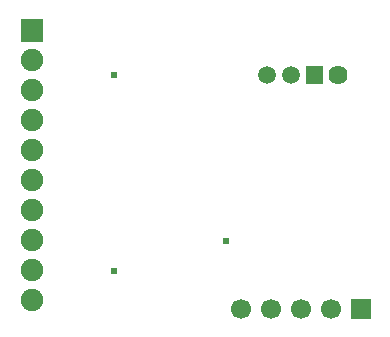
<source format=gbs>
G04 Layer: BottomSolderMaskLayer*
G04 EasyEDA Pro v1.7.24, 2022-06-27 15:35:26*
G04 Gerber Generator version 0.3*
G04 Scale: 100 percent, Rotated: No, Reflected: No*
G04 Dimensions in millimeters*
G04 Leading zeros omitted, absolute positions, 3 integers and 3 decimals*
%FSLAX33Y33*%
%MOMM*%
%ADD10C,1.901596*%
%ADD11C,1.624025*%
%ADD12C,1.500022*%
%ADD13C,1.700225*%
%ADD14C,0.610001*%
G75*


G04 Pad Start*
G54D10*
G01X12745Y-30273D03*
G01X12745Y-27733D03*
G01X12745Y-25193D03*
G01X12745Y-22653D03*
G01X12745Y-20113D03*
G01X12745Y-17573D03*
G01X12745Y-15033D03*
G01X12745Y-12493D03*
G01X12745Y-9953D03*
G36*
G01X11845Y-8364D02*
G01X13645Y-8364D01*
G03X13696Y-8313I0J51D01*
G01Y-6513D01*
G03X13645Y-6462I-51J0D01*
G01X11845D01*
G03X11795Y-6513I0J-51D01*
G01Y-8313D01*
G03X11845Y-8364I51J0D01*
G37*
G54D11*
G01X38687Y-11176D03*
G36*
G01X37437Y-11876D02*
G01X37437Y-10476D01*
G03X37387Y-10426I-50J0D01*
G01X35987D01*
G03X35937Y-10476I0J-50D01*
G01Y-11876D01*
G03X35987Y-11926I50J0D01*
G01X37387D01*
G03X37437Y-11876I0J50D01*
G37*
G54D12*
G01X34687Y-11176D03*
G01X32687Y-11176D03*
G54D13*
G01X35560Y-30988D03*
G01X38100Y-30988D03*
G36*
G01X39790Y-30188D02*
G01X39790Y-31788D01*
G03X39840Y-31838I50J0D01*
G01X41440D01*
G03X41490Y-31788I0J50D01*
G01Y-30188D01*
G03X41440Y-30138I-50J0D01*
G01X39840D01*
G03X39790Y-30188I0J-50D01*
G37*
G01X30480Y-30988D03*
G01X33020Y-30988D03*
G04 Pad End*

G04 Via Start*
G54D14*
G01X19719Y-27763D03*
G01X19730Y-11223D03*
G01X29201Y-25208D03*
G04 Via End*

M02*

</source>
